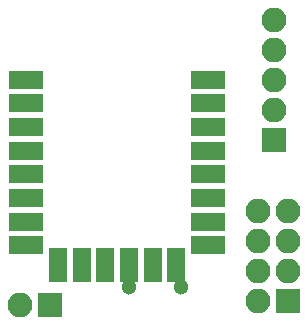
<source format=gts>
G04 #@! TF.FileFunction,Soldermask,Top*
%FSLAX46Y46*%
G04 Gerber Fmt 4.6, Leading zero omitted, Abs format (unit mm)*
G04 Created by KiCad (PCBNEW 4.0.7-e2-6376~58~ubuntu17.04.1) date Tue Sep  5 17:35:11 2017*
%MOMM*%
%LPD*%
G01*
G04 APERTURE LIST*
%ADD10C,0.100000*%
%ADD11C,1.300000*%
%ADD12R,2.900000X1.500000*%
%ADD13R,1.500000X2.900000*%
%ADD14R,2.100000X2.100000*%
%ADD15O,2.100000X2.100000*%
G04 APERTURE END LIST*
D10*
D11*
X150790000Y-101400000D03*
X146390000Y-101400000D03*
D12*
X137730000Y-83820000D03*
X137730000Y-85820000D03*
X137730000Y-87820000D03*
X137730000Y-89820000D03*
X137730000Y-91820000D03*
X137730000Y-93820000D03*
X137730000Y-95820000D03*
X137730000Y-97820000D03*
X153130000Y-97820000D03*
X153130000Y-95820000D03*
X153130000Y-93820000D03*
X153130000Y-91820000D03*
X153130000Y-89820000D03*
X153130000Y-87820000D03*
X153130000Y-85820000D03*
X153130000Y-83820000D03*
D13*
X140420000Y-99520000D03*
X142420000Y-99520000D03*
X144420000Y-99520000D03*
X146420000Y-99520000D03*
X148420000Y-99520000D03*
X150420000Y-99520000D03*
D14*
X159893000Y-102514400D03*
D15*
X157353000Y-102514400D03*
X159893000Y-99974400D03*
X157353000Y-99974400D03*
X159893000Y-97434400D03*
X157353000Y-97434400D03*
X159893000Y-94894400D03*
X157353000Y-94894400D03*
D14*
X158724600Y-88874600D03*
D15*
X158724600Y-86334600D03*
X158724600Y-83794600D03*
X158724600Y-81254600D03*
X158724600Y-78714600D03*
D14*
X139700000Y-102870000D03*
D15*
X137160000Y-102870000D03*
M02*

</source>
